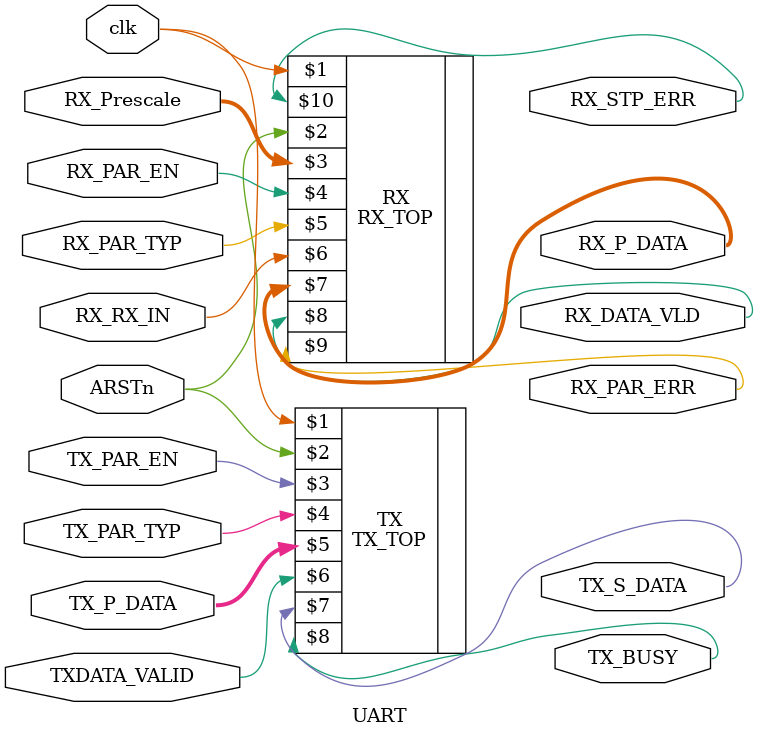
<source format=v>
module UART (
	input clk,    // Clock
	input ARSTn,  // Asynchronous reset active low
//TX_PORTS
	input        TX_PAR_EN,
	input        TX_PAR_TYP,
	input  [7:0] TX_P_DATA,
	input        TXDATA_VALID,
	output       TX_S_DATA,
	output       TX_BUSY,
//RX_PORTS
  input   [4:0] RX_Prescale,
	input         RX_PAR_EN,
	input         RX_PAR_TYP,
	input         RX_RX_IN,
	output  [7:0] RX_P_DATA,
	output        RX_DATA_VLD,
	output        RX_PAR_ERR,
	output        RX_STP_ERR
);


TX_TOP TX (
  clk,    // Clock
  ARSTn,  // Asynchronous reset active low
//TX_PORTS
  TX_PAR_EN,
  TX_PAR_TYP,
  TX_P_DATA,
  TXDATA_VALID,
  TX_S_DATA,
  TX_BUSY
);


RX_TOP RX (
 clk,    // Clock
 ARSTn,  // Asynchronous reset active low
//RX_PORTS
	RX_Prescale,
  RX_PAR_EN,
  RX_PAR_TYP,
  RX_RX_IN,
  RX_P_DATA,
  RX_DATA_VLD,
  RX_PAR_ERR,
  RX_STP_ERR
);
endmodule : UART
</source>
